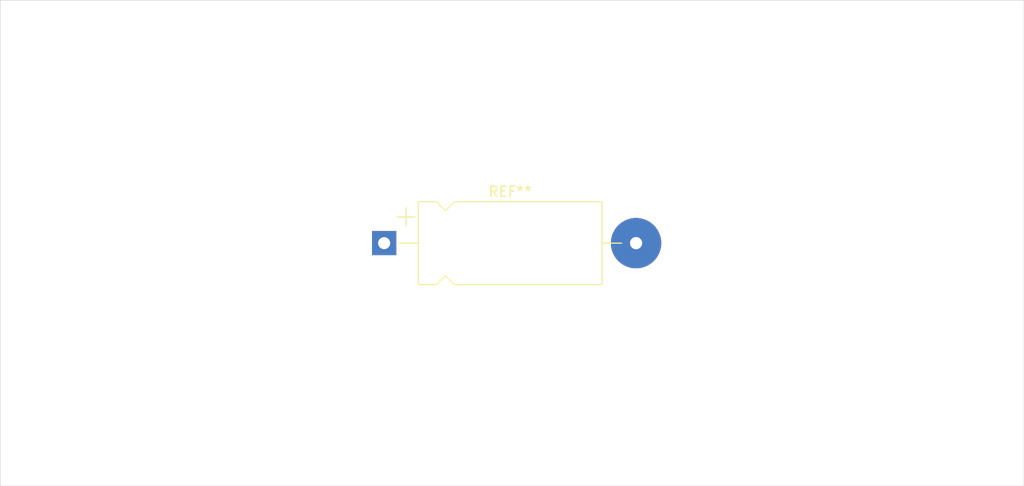
<source format=kicad_pcb>
(kicad_pcb (version 20171130) (host pcbnew 5.1.4-e60b266~84~ubuntu18.04.1)

  (general
    (thickness 1.6)
    (drawings 4)
    (tracks 0)
    (zones 0)
    (modules 1)
    (nets 1)
  )

  (page A4)
  (layers
    (0 F.Cu signal)
    (31 B.Cu signal)
    (32 B.Adhes user)
    (33 F.Adhes user)
    (34 B.Paste user)
    (35 F.Paste user)
    (36 B.SilkS user)
    (37 F.SilkS user)
    (38 B.Mask user)
    (39 F.Mask user)
    (40 Dwgs.User user)
    (41 Cmts.User user)
    (42 Eco1.User user)
    (43 Eco2.User user)
    (44 Edge.Cuts user)
    (45 Margin user)
    (46 B.CrtYd user)
    (47 F.CrtYd user)
    (48 B.Fab user)
    (49 F.Fab user)
  )

  (setup
    (last_trace_width 0.25)
    (trace_clearance 0.2)
    (zone_clearance 0.508)
    (zone_45_only no)
    (trace_min 0.2)
    (via_size 0.8)
    (via_drill 0.4)
    (via_min_size 0.4)
    (via_min_drill 0.3)
    (uvia_size 0.3)
    (uvia_drill 0.1)
    (uvias_allowed no)
    (uvia_min_size 0.2)
    (uvia_min_drill 0.1)
    (edge_width 0.05)
    (segment_width 0.2)
    (pcb_text_width 0.3)
    (pcb_text_size 1.5 1.5)
    (mod_edge_width 0.12)
    (mod_text_size 1 1)
    (mod_text_width 0.15)
    (pad_size 3 3)
    (pad_drill 1.2)
    (pad_to_mask_clearance 0.051)
    (solder_mask_min_width 0.25)
    (aux_axis_origin 0 0)
    (visible_elements FFFFFF7F)
    (pcbplotparams
      (layerselection 0x010fc_ffffffff)
      (usegerberextensions false)
      (usegerberattributes false)
      (usegerberadvancedattributes false)
      (creategerberjobfile false)
      (excludeedgelayer true)
      (linewidth 0.100000)
      (plotframeref false)
      (viasonmask false)
      (mode 1)
      (useauxorigin false)
      (hpglpennumber 1)
      (hpglpenspeed 20)
      (hpglpendiameter 15.000000)
      (psnegative false)
      (psa4output false)
      (plotreference true)
      (plotvalue true)
      (plotinvisibletext false)
      (padsonsilk false)
      (subtractmaskfromsilk false)
      (outputformat 1)
      (mirror false)
      (drillshape 1)
      (scaleselection 1)
      (outputdirectory ""))
  )

  (net 0 "")

  (net_class Default "Dies ist die voreingestellte Netzklasse."
    (clearance 0.2)
    (trace_width 0.25)
    (via_dia 0.8)
    (via_drill 0.4)
    (uvia_dia 0.3)
    (uvia_drill 0.1)
  )

  (module Capacitor_THT:CP_Axial_L18.0mm_D8.0mm_P25.00mm_Horizontal (layer F.Cu) (tedit 5DD2B77E) (tstamp 5DD2BA18)
    (at 127 74.93)
    (descr "CP, Axial series, Axial, Horizontal, pin pitch=25mm, , length*diameter=18*8mm^2, Electrolytic Capacitor, , http://www.vishay.com/docs/28325/021asm.pdf")
    (tags "CP Axial series Axial Horizontal pin pitch 25mm  length 18mm diameter 8mm Electrolytic Capacitor")
    (fp_text reference REF** (at 12.5 -5.12) (layer F.SilkS)
      (effects (font (size 1 1) (thickness 0.15)))
    )
    (fp_text value CP_Axial_L18.0mm_D8.0mm_P25.00mm_Horizontal (at 12.5 5.12) (layer F.Fab)
      (effects (font (size 1 1) (thickness 0.15)))
    )
    (fp_text user %R (at 12.5 0) (layer F.Fab)
      (effects (font (size 1 1) (thickness 0.15)))
    )
    (fp_line (start 26.45 -4.25) (end -1.45 -4.25) (layer F.CrtYd) (width 0.05))
    (fp_line (start 26.45 4.25) (end 26.45 -4.25) (layer F.CrtYd) (width 0.05))
    (fp_line (start -1.45 4.25) (end 26.45 4.25) (layer F.CrtYd) (width 0.05))
    (fp_line (start -1.45 -4.25) (end -1.45 4.25) (layer F.CrtYd) (width 0.05))
    (fp_line (start 23.56 0) (end 21.62 0) (layer F.SilkS) (width 0.12))
    (fp_line (start 1.44 0) (end 3.38 0) (layer F.SilkS) (width 0.12))
    (fp_line (start 6.98 4.12) (end 21.62 4.12) (layer F.SilkS) (width 0.12))
    (fp_line (start 6.08 3.22) (end 6.98 4.12) (layer F.SilkS) (width 0.12))
    (fp_line (start 5.18 4.12) (end 6.08 3.22) (layer F.SilkS) (width 0.12))
    (fp_line (start 3.38 4.12) (end 5.18 4.12) (layer F.SilkS) (width 0.12))
    (fp_line (start 6.98 -4.12) (end 21.62 -4.12) (layer F.SilkS) (width 0.12))
    (fp_line (start 6.08 -3.22) (end 6.98 -4.12) (layer F.SilkS) (width 0.12))
    (fp_line (start 5.18 -4.12) (end 6.08 -3.22) (layer F.SilkS) (width 0.12))
    (fp_line (start 3.38 -4.12) (end 5.18 -4.12) (layer F.SilkS) (width 0.12))
    (fp_line (start 21.62 -4.12) (end 21.62 4.12) (layer F.SilkS) (width 0.12))
    (fp_line (start 3.38 -4.12) (end 3.38 4.12) (layer F.SilkS) (width 0.12))
    (fp_line (start 2.18 -3.5) (end 2.18 -1.7) (layer F.SilkS) (width 0.12))
    (fp_line (start 1.28 -2.6) (end 3.08 -2.6) (layer F.SilkS) (width 0.12))
    (fp_line (start 6.1 -0.9) (end 6.1 0.9) (layer F.Fab) (width 0.1))
    (fp_line (start 5.2 0) (end 7 0) (layer F.Fab) (width 0.1))
    (fp_line (start 25 0) (end 21.5 0) (layer F.Fab) (width 0.1))
    (fp_line (start 0 0) (end 3.5 0) (layer F.Fab) (width 0.1))
    (fp_line (start 6.98 4) (end 21.5 4) (layer F.Fab) (width 0.1))
    (fp_line (start 6.08 3.1) (end 6.98 4) (layer F.Fab) (width 0.1))
    (fp_line (start 5.18 4) (end 6.08 3.1) (layer F.Fab) (width 0.1))
    (fp_line (start 3.5 4) (end 5.18 4) (layer F.Fab) (width 0.1))
    (fp_line (start 6.98 -4) (end 21.5 -4) (layer F.Fab) (width 0.1))
    (fp_line (start 6.08 -3.1) (end 6.98 -4) (layer F.Fab) (width 0.1))
    (fp_line (start 5.18 -4) (end 6.08 -3.1) (layer F.Fab) (width 0.1))
    (fp_line (start 3.5 -4) (end 5.18 -4) (layer F.Fab) (width 0.1))
    (fp_line (start 21.5 -4) (end 21.5 4) (layer F.Fab) (width 0.1))
    (fp_line (start 3.5 -4) (end 3.5 4) (layer F.Fab) (width 0.1))
    (pad 2 thru_hole oval (at 25 0) (size 3 3) (drill 1.2) (layers F.Cu F.Mask))
    (pad 2 thru_hole oval (at 25 0) (size 5 5) (drill 1.2) (layers B.Cu B.Mask))
    (pad 1 thru_hole rect (at 0 0) (size 2.4 2.4) (drill 1.2) (layers *.Cu *.Mask))
    (model ${KISYS3DMOD}/Capacitor_THT.3dshapes/CP_Axial_L18.0mm_D8.0mm_P25.00mm_Horizontal.wrl
      (at (xyz 0 0 0))
      (scale (xyz 1 1 1))
      (rotate (xyz 0 0 0))
    )
  )

  (gr_line (start 88.9 99.06) (end 88.9 50.8) (layer Edge.Cuts) (width 0.05) (tstamp 5DD2B084))
  (gr_line (start 190.5 99.06) (end 88.9 99.06) (layer Edge.Cuts) (width 0.05))
  (gr_line (start 190.5 50.8) (end 190.5 99.06) (layer Edge.Cuts) (width 0.05))
  (gr_line (start 88.9 50.8) (end 190.5 50.8) (layer Edge.Cuts) (width 0.05))

)

</source>
